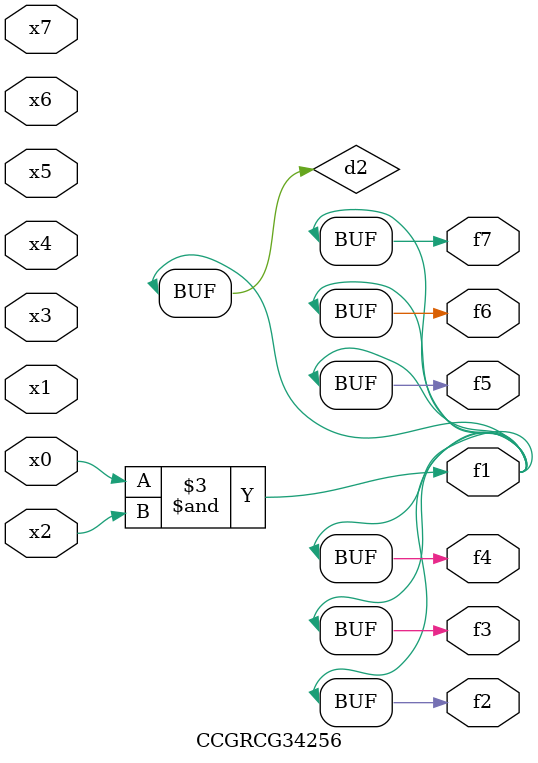
<source format=v>
module CCGRCG34256(
	input x0, x1, x2, x3, x4, x5, x6, x7,
	output f1, f2, f3, f4, f5, f6, f7
);

	wire d1, d2;

	nor (d1, x3, x6);
	and (d2, x0, x2);
	assign f1 = d2;
	assign f2 = d2;
	assign f3 = d2;
	assign f4 = d2;
	assign f5 = d2;
	assign f6 = d2;
	assign f7 = d2;
endmodule

</source>
